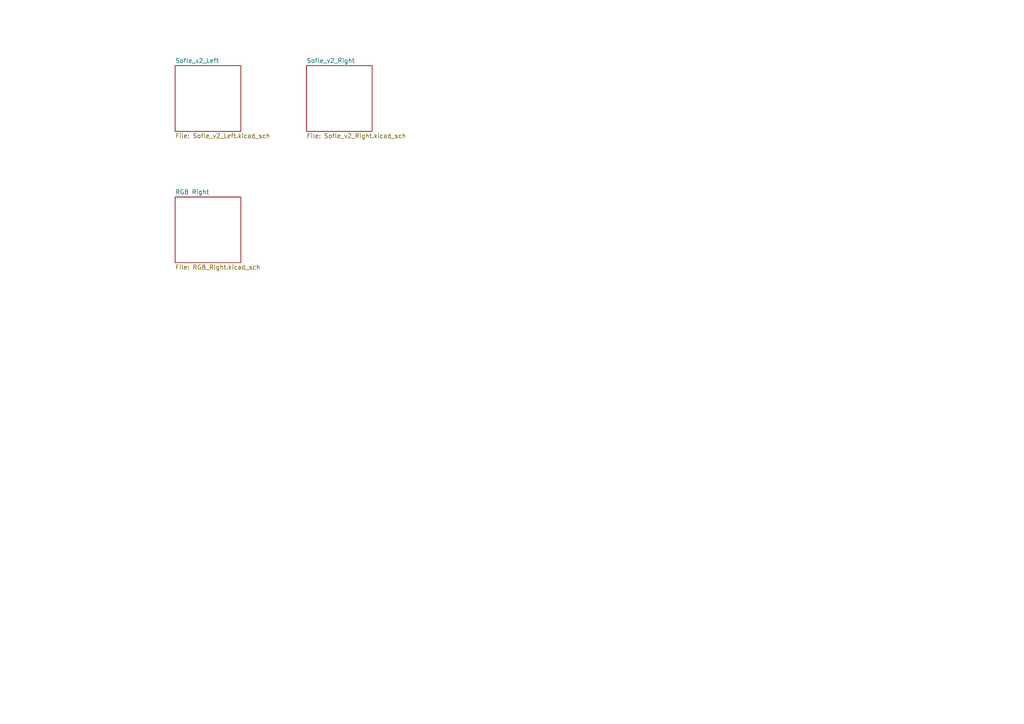
<source format=kicad_sch>
(kicad_sch (version 20230121) (generator eeschema)
  (paper "A4")
  (lib_symbols)
  (sheet (at 50.8 19.05) (size 19.05 19.05) (stroke (width 0.1524))
    (property "Sheetname" "Sofle_v2_Left" (at 50.8 18.3384 0) (effects (justify left bottom)))
    (property "Sheetfile" "Sofle_v2_Left.kicad_sch" (at 50.8 38.6846 0) (effects (justify left top)))
  )
  (sheet (at 50.8 57.15) (size 19.05 19.05) (stroke (width 0.1524))
    (property "Sheetname" "RGB Right" (at 50.8 56.4384 0) (effects (justify left bottom)))
    (property "Sheetfile" "RGB_Right.kicad_sch" (at 50.8 76.7846 0) (effects (justify left top)))
  )
  (sheet (at 88.9 19.05) (size 19.05 19.05) (stroke (width 0.1524))
    (property "Sheetname" "Sofle_v2_Right" (at 88.9 18.3384 0) (effects (justify left bottom)))
    (property "Sheetfile" "Sofle_v2_Right.kicad_sch" (at 88.9 38.6846 0) (effects (justify left top)))
  )
)
</source>
